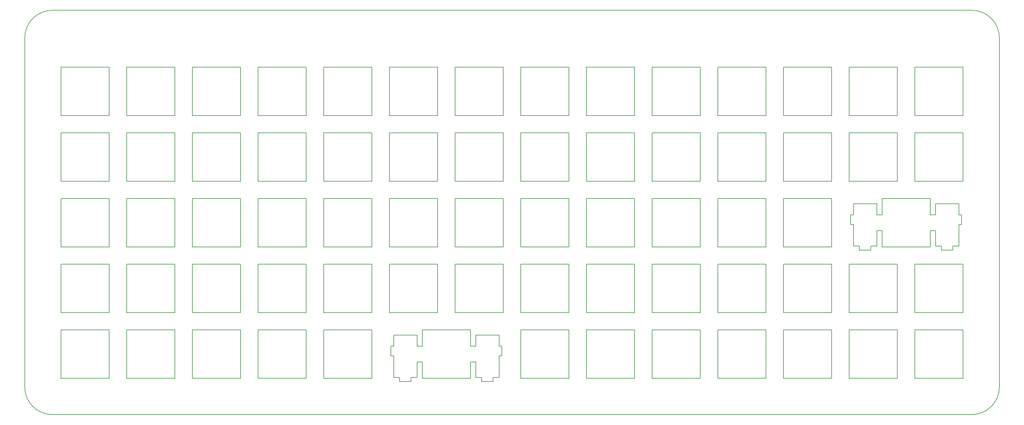
<source format=gm1>
G04 #@! TF.GenerationSoftware,KiCad,Pcbnew,(5.1.5)-3*
G04 #@! TF.CreationDate,2020-03-27T18:15:20-07:00*
G04 #@! TF.ProjectId,Mounting_PCB,4d6f756e-7469-46e6-975f-5043422e6b69,rev?*
G04 #@! TF.SameCoordinates,Original*
G04 #@! TF.FileFunction,Profile,NP*
%FSLAX46Y46*%
G04 Gerber Fmt 4.6, Leading zero omitted, Abs format (unit mm)*
G04 Created by KiCad (PCBNEW (5.1.5)-3) date 2020-03-27 18:15:20*
%MOMM*%
%LPD*%
G04 APERTURE LIST*
%ADD10C,0.200000*%
G04 APERTURE END LIST*
D10*
X354138966Y-142725800D02*
X340139966Y-142725800D01*
X340139966Y-156725100D02*
X354138966Y-156725100D01*
X244889966Y-156725100D02*
X258888966Y-156725100D01*
X244889966Y-142725800D02*
X244889966Y-156725100D01*
X258888966Y-156725100D02*
X258888966Y-142725800D01*
X340139966Y-142725800D02*
X340139966Y-156725100D01*
X220788965Y-156725100D02*
X220788965Y-142725800D01*
X225839966Y-156725100D02*
X239838966Y-156725100D01*
X225839966Y-142725800D02*
X225839966Y-156725100D01*
X149639666Y-142725800D02*
X149639666Y-156725100D01*
X206787966Y-142725800D02*
X206787966Y-156725100D01*
X149639666Y-156725100D02*
X163638965Y-156725100D01*
X220788965Y-142725800D02*
X206787966Y-142725800D01*
X263939966Y-156725100D02*
X277938966Y-156725100D01*
X263939966Y-142725800D02*
X263939966Y-156725100D01*
X277938966Y-142725800D02*
X263939966Y-142725800D01*
X354138966Y-156725100D02*
X354138966Y-142725800D01*
X239838966Y-156725100D02*
X239838966Y-142725800D01*
X206787966Y-156725100D02*
X220788965Y-156725100D01*
X239838966Y-142725800D02*
X225839966Y-142725800D01*
X258888966Y-142725800D02*
X244889966Y-142725800D01*
X163638965Y-156725100D02*
X163638965Y-142725800D01*
X163638965Y-142725800D02*
X149639666Y-142725800D01*
X346139965Y-163245800D02*
X346139965Y-166476200D01*
X352888966Y-166476200D02*
X352888966Y-163245800D01*
X239838966Y-175775100D02*
X239838966Y-161775800D01*
X353714966Y-166476200D02*
X352888966Y-166476200D01*
X282989966Y-175775100D02*
X296988966Y-175775100D01*
X353714966Y-169276200D02*
X353714966Y-166476200D01*
X302039966Y-180825800D02*
X302039966Y-194825100D01*
X263939966Y-161775800D02*
X263939966Y-175775100D01*
X277938966Y-161775800D02*
X263939966Y-161775800D01*
X111539666Y-161775800D02*
X111539666Y-175775100D01*
X239838966Y-180825800D02*
X225839966Y-180825800D01*
X168689665Y-161775800D02*
X168689665Y-175775100D01*
X330614966Y-166476200D02*
X329088966Y-166476200D01*
X330614966Y-161775800D02*
X330614966Y-166476200D01*
X316038966Y-194825100D02*
X316038966Y-180825800D01*
X302039966Y-194825100D02*
X316038966Y-194825100D01*
X225839966Y-194825100D02*
X239838966Y-194825100D01*
X344613966Y-161775800D02*
X330614966Y-161775800D01*
X344613966Y-166476200D02*
X344613966Y-161775800D01*
X352888966Y-175545100D02*
X352888966Y-169276200D01*
X168689665Y-175775100D02*
X182688966Y-175775100D01*
X125538966Y-175775100D02*
X125538966Y-161775800D01*
X201738966Y-161775800D02*
X187738266Y-161775800D01*
X263939966Y-175775100D02*
X277938966Y-175775100D01*
X225839966Y-161775800D02*
X225839966Y-175775100D01*
X225839966Y-175775100D02*
X239838966Y-175775100D01*
X182688966Y-175775100D02*
X182688966Y-161775800D01*
X187738266Y-175775100D02*
X201738966Y-175775100D01*
X125538966Y-161775800D02*
X111539666Y-161775800D01*
X187738266Y-161775800D02*
X187738266Y-175775100D01*
X201738966Y-175775100D02*
X201738966Y-161775800D01*
X182688966Y-161775800D02*
X168689665Y-161775800D01*
X282989966Y-161775800D02*
X282989966Y-175775100D01*
X111539666Y-175775100D02*
X125538966Y-175775100D01*
X346139965Y-166476200D02*
X344613966Y-166476200D01*
X352888966Y-163245800D02*
X346139965Y-163245800D01*
X316038966Y-180825800D02*
X302039966Y-180825800D01*
X352888966Y-169276200D02*
X353714966Y-169276200D01*
X351164966Y-175545100D02*
X352888966Y-175545100D01*
X239838966Y-161775800D02*
X225839966Y-161775800D01*
X296988966Y-161775800D02*
X282989966Y-161775800D01*
X296988966Y-175775100D02*
X296988966Y-161775800D01*
X239838966Y-194825100D02*
X239838966Y-180825800D01*
X277938966Y-175775100D02*
X277938966Y-161775800D01*
X329088966Y-163245800D02*
X322339966Y-163245800D01*
X329088966Y-166476200D02*
X329088966Y-163245800D01*
X111539666Y-123675800D02*
X111539666Y-137675100D01*
X125538966Y-123675800D02*
X111539666Y-123675800D01*
X206787966Y-123675800D02*
X206787966Y-137675100D01*
X206787966Y-137675100D02*
X220788965Y-137675100D01*
X220788965Y-123675800D02*
X206787966Y-123675800D01*
X220788965Y-137675100D02*
X220788965Y-123675800D01*
X144588965Y-123675800D02*
X130589666Y-123675800D01*
X201738966Y-137675100D02*
X201738966Y-123675800D01*
X201738966Y-123675800D02*
X187738266Y-123675800D01*
X168689665Y-123675800D02*
X168689665Y-137675100D01*
X277938966Y-137675100D02*
X277938966Y-123675800D01*
X263939966Y-137675100D02*
X277938966Y-137675100D01*
X263939966Y-123675800D02*
X263939966Y-137675100D01*
X182688966Y-137675100D02*
X182688966Y-123675800D01*
X277938966Y-123675800D02*
X263939966Y-123675800D01*
X144588965Y-137675100D02*
X144588965Y-123675800D01*
X111539666Y-137675100D02*
X125538966Y-137675100D01*
X125538966Y-137675100D02*
X125538966Y-123675800D01*
X130589666Y-137675100D02*
X144588965Y-137675100D01*
X187738266Y-123675800D02*
X187738266Y-137675100D01*
X130589666Y-123675800D02*
X130589666Y-137675100D01*
X187738266Y-137675100D02*
X201738966Y-137675100D01*
X182688966Y-123675800D02*
X168689665Y-123675800D01*
X130589666Y-142725800D02*
X130589666Y-156725100D01*
X316038966Y-156725100D02*
X316038966Y-142725800D01*
X364664965Y-216401072D02*
G75*
G02X356664966Y-224401071I-7999999J0D01*
G01*
X364664966Y-115151000D02*
X364664966Y-216401072D01*
X182688966Y-156725100D02*
X182688966Y-142725800D01*
X92489616Y-123675800D02*
X92489616Y-137675100D01*
X89965050Y-107151000D02*
X356664966Y-107151000D01*
X144588965Y-142725800D02*
X130589666Y-142725800D01*
X302039966Y-156725100D02*
X316038966Y-156725100D01*
X316038966Y-142725800D02*
X302039966Y-142725800D01*
X130589666Y-156725100D02*
X144588965Y-156725100D01*
X81965050Y-115151000D02*
G75*
G02X89965050Y-107151000I8000000J0D01*
G01*
X187738266Y-142725800D02*
X187738266Y-156725100D01*
X187738266Y-156725100D02*
X201738966Y-156725100D01*
X89965050Y-224401071D02*
G75*
G02X81965051Y-216401072I0J7999999D01*
G01*
X168689665Y-156725100D02*
X182688966Y-156725100D01*
X296988966Y-156725100D02*
X296988966Y-142725800D01*
X282989966Y-142725800D02*
X282989966Y-156725100D01*
X144588965Y-156725100D02*
X144588965Y-142725800D01*
X81965051Y-216401072D02*
X81965051Y-115151000D01*
X356664966Y-224401071D02*
X89965050Y-224401071D01*
X282989966Y-156725100D02*
X296988966Y-156725100D01*
X356664966Y-107151000D02*
G75*
G02X364664966Y-115151000I0J-8000000D01*
G01*
X106489166Y-137675100D02*
X106489166Y-123675800D01*
X168689665Y-142725800D02*
X168689665Y-156725100D01*
X201738966Y-142725800D02*
X187738266Y-142725800D01*
X106489166Y-123675800D02*
X92489616Y-123675800D01*
X302039966Y-142725800D02*
X302039966Y-156725100D01*
X92489616Y-137675100D02*
X106489166Y-137675100D01*
X182688966Y-142725800D02*
X168689665Y-142725800D01*
X296988966Y-142725800D02*
X282989966Y-142725800D01*
X329088966Y-171076100D02*
X330614966Y-171076100D01*
X322339966Y-163245800D02*
X322339966Y-166476200D01*
X330614966Y-175775100D02*
X344613966Y-175775100D01*
X220788965Y-175775100D02*
X220788965Y-161775800D01*
X335088966Y-142725800D02*
X321089966Y-142725800D01*
X327364966Y-176745200D02*
X327364966Y-175545100D01*
X321513966Y-166476200D02*
X321513966Y-169276200D01*
X201738966Y-156725100D02*
X201738966Y-142725800D01*
X163638965Y-161775800D02*
X149639666Y-161775800D01*
X258888966Y-175775100D02*
X258888966Y-161775800D01*
X344613966Y-175775100D02*
X344613966Y-171076100D01*
X324064966Y-175545100D02*
X324064966Y-176745200D01*
X322339966Y-166476200D02*
X321513966Y-166476200D01*
X316038966Y-175775100D02*
X316038966Y-161775800D01*
X351164966Y-176745200D02*
X351164966Y-175545100D01*
X163638965Y-175775100D02*
X163638965Y-161775800D01*
X220788965Y-161775800D02*
X206787966Y-161775800D01*
X330614966Y-171076100D02*
X330614966Y-175775100D01*
X144588965Y-161775800D02*
X130589666Y-161775800D01*
X316038966Y-161775800D02*
X302039966Y-161775800D01*
X322339966Y-175545100D02*
X324064966Y-175545100D01*
X149639666Y-175775100D02*
X163638965Y-175775100D01*
X149639666Y-161775800D02*
X149639666Y-175775100D01*
X206787966Y-161775800D02*
X206787966Y-175775100D01*
X144588965Y-175775100D02*
X144588965Y-161775800D01*
X130589666Y-175775100D02*
X144588965Y-175775100D01*
X130589666Y-161775800D02*
X130589666Y-175775100D01*
X324064966Y-176745200D02*
X327364966Y-176745200D01*
X321513966Y-169276200D02*
X322339966Y-169276200D01*
X335088966Y-156725100D02*
X335088966Y-142725800D01*
X302039966Y-175775100D02*
X316038966Y-175775100D01*
X302039966Y-161775800D02*
X302039966Y-175775100D01*
X321089966Y-156725100D02*
X335088966Y-156725100D01*
X346139965Y-171076100D02*
X346139965Y-175545100D01*
X206787966Y-175775100D02*
X220788965Y-175775100D01*
X258888966Y-161775800D02*
X244889966Y-161775800D01*
X321089966Y-142725800D02*
X321089966Y-156725100D01*
X347864966Y-176745200D02*
X351164966Y-176745200D01*
X346139965Y-175545100D02*
X347864966Y-175545100D01*
X244889966Y-175775100D02*
X258888966Y-175775100D01*
X244889966Y-161775800D02*
X244889966Y-175775100D01*
X327364966Y-175545100D02*
X329088966Y-175545100D01*
X322339966Y-169276200D02*
X322339966Y-175545100D01*
X347864966Y-175545100D02*
X347864966Y-176745200D01*
X329088966Y-175545100D02*
X329088966Y-171076100D01*
X344613966Y-171076100D02*
X346139965Y-171076100D01*
X92489616Y-156725100D02*
X106489166Y-156725100D01*
X92489616Y-142725800D02*
X92489616Y-156725100D01*
X244889966Y-180825800D02*
X244889966Y-194825100D01*
X335088966Y-194825100D02*
X335088966Y-180825800D01*
X335088966Y-180825800D02*
X321089966Y-180825800D01*
X111539666Y-156725100D02*
X125538966Y-156725100D01*
X354138966Y-194825100D02*
X354138966Y-180825800D01*
X296988966Y-194825100D02*
X296988966Y-180825800D01*
X340139966Y-180825800D02*
X340139966Y-194825100D01*
X111539666Y-142725800D02*
X111539666Y-156725100D01*
X277938966Y-194825100D02*
X277938966Y-180825800D01*
X277938966Y-156725100D02*
X277938966Y-142725800D01*
X106489166Y-142725800D02*
X92489616Y-142725800D01*
X206787966Y-180825800D02*
X206787966Y-194825100D01*
X244889966Y-194825100D02*
X258888966Y-194825100D01*
X220788965Y-194825100D02*
X220788965Y-180825800D01*
X282989966Y-194825100D02*
X296988966Y-194825100D01*
X206787966Y-194825100D02*
X220788965Y-194825100D01*
X354138966Y-180825800D02*
X340139966Y-180825800D01*
X130589666Y-194825100D02*
X144588965Y-194825100D01*
X263939966Y-194825100D02*
X277938966Y-194825100D01*
X201738966Y-180825800D02*
X187738266Y-180825800D01*
X263939966Y-180825800D02*
X263939966Y-194825100D01*
X187738266Y-180825800D02*
X187738266Y-194825100D01*
X296988966Y-180825800D02*
X282989966Y-180825800D01*
X321089966Y-180825800D02*
X321089966Y-194825100D01*
X201738966Y-194825100D02*
X201738966Y-180825800D01*
X187738266Y-194825100D02*
X201738966Y-194825100D01*
X340139966Y-194825100D02*
X354138966Y-194825100D01*
X225839966Y-180825800D02*
X225839966Y-194825100D01*
X92489616Y-161775800D02*
X92489616Y-175775100D01*
X106489166Y-156725100D02*
X106489166Y-142725800D01*
X258888966Y-194825100D02*
X258888966Y-180825800D01*
X125538966Y-156725100D02*
X125538966Y-142725800D01*
X130589666Y-180825800D02*
X130589666Y-194825100D01*
X106489166Y-161775800D02*
X92489616Y-161775800D01*
X106489166Y-175775100D02*
X106489166Y-161775800D01*
X277938966Y-180825800D02*
X263939966Y-180825800D01*
X125538966Y-142725800D02*
X111539666Y-142725800D01*
X92489616Y-175775100D02*
X106489166Y-175775100D01*
X144588965Y-180825800D02*
X130589666Y-180825800D01*
X258888966Y-180825800D02*
X244889966Y-180825800D01*
X144588965Y-194825100D02*
X144588965Y-180825800D01*
X220788965Y-180825800D02*
X206787966Y-180825800D01*
X321089966Y-194825100D02*
X335088966Y-194825100D01*
X282989966Y-180825800D02*
X282989966Y-194825100D01*
X92489616Y-180825800D02*
X92489616Y-194825100D01*
X335088966Y-199875600D02*
X321089966Y-199875600D01*
X335088966Y-213875130D02*
X335088966Y-199875600D01*
X258888966Y-199875600D02*
X244889966Y-199875600D01*
X277938966Y-213875130D02*
X277938966Y-199875600D01*
X258888966Y-213875130D02*
X258888966Y-199875600D01*
X244889966Y-213875130D02*
X258888966Y-213875130D01*
X106489166Y-180825800D02*
X92489616Y-180825800D01*
X244889966Y-199875600D02*
X244889966Y-213875130D01*
X125538966Y-194825100D02*
X125538966Y-180825800D01*
X111539666Y-194825100D02*
X125538966Y-194825100D01*
X106489166Y-194825100D02*
X106489166Y-180825800D01*
X125538966Y-180825800D02*
X111539666Y-180825800D01*
X263939966Y-199875600D02*
X263939966Y-213875130D01*
X277938966Y-199875600D02*
X263939966Y-199875600D01*
X282989966Y-213875130D02*
X296988966Y-213875130D01*
X263939966Y-213875130D02*
X277938966Y-213875130D01*
X111539666Y-180825800D02*
X111539666Y-194825100D01*
X296988966Y-213875130D02*
X296988966Y-199875600D01*
X92489616Y-194825100D02*
X106489166Y-194825100D01*
X296988966Y-199875600D02*
X282989966Y-199875600D01*
X282989966Y-199875600D02*
X282989966Y-213875130D01*
X163638965Y-180825800D02*
X149639666Y-180825800D01*
X302039966Y-213875130D02*
X316038966Y-213875130D01*
X316038966Y-213875130D02*
X316038966Y-199875600D01*
X239838966Y-199875600D02*
X225839966Y-199875600D01*
X239838966Y-213875130D02*
X239838966Y-199875600D01*
X194014966Y-214845261D02*
X194014966Y-213644990D01*
X190714966Y-213644990D02*
X190714966Y-214845261D01*
X316038966Y-199875600D02*
X302039966Y-199875600D01*
X225839966Y-213875130D02*
X239838966Y-213875130D01*
X225839966Y-199875600D02*
X225839966Y-213875130D01*
X182688966Y-199875600D02*
X168689665Y-199875600D01*
X182688966Y-213875130D02*
X182688966Y-199875600D01*
X197264966Y-213875130D02*
X211263966Y-213875130D01*
X197264966Y-209174641D02*
X197264966Y-213875130D01*
X195738966Y-209174641D02*
X197264966Y-209174641D01*
X195738966Y-213644990D02*
X195738966Y-209174641D01*
X168689665Y-199875600D02*
X168689665Y-213875130D01*
X194014966Y-213644990D02*
X195738966Y-213644990D01*
X190714966Y-214845261D02*
X194014966Y-214845261D01*
X302039966Y-199875600D02*
X302039966Y-213875130D01*
X149639666Y-213875130D02*
X163638965Y-213875130D01*
X340139966Y-199875600D02*
X340139966Y-213875130D01*
X163638965Y-199875600D02*
X149639666Y-199875600D01*
X354138966Y-199875600D02*
X340139966Y-199875600D01*
X340139966Y-213875130D02*
X354138966Y-213875130D01*
X321089966Y-199875600D02*
X321089966Y-213875130D01*
X163638965Y-213875130D02*
X163638965Y-199875600D01*
X354138966Y-213875130D02*
X354138966Y-199875600D01*
X149639666Y-199875600D02*
X149639666Y-213875130D01*
X321089966Y-213875130D02*
X335088966Y-213875130D01*
X168689665Y-213875130D02*
X182688966Y-213875130D01*
X188164066Y-207376281D02*
X188988166Y-207376281D01*
X188988166Y-207376281D02*
X188988166Y-213644990D01*
X149639666Y-123675800D02*
X149639666Y-137675100D01*
X163638965Y-123675800D02*
X149639666Y-123675800D01*
X130589666Y-199875600D02*
X130589666Y-213875130D01*
X106489166Y-199875600D02*
X92489616Y-199875600D01*
X188988166Y-213644990D02*
X190714966Y-213644990D01*
X106489166Y-213875130D02*
X106489166Y-199875600D01*
X188988166Y-204576101D02*
X188164066Y-204576101D01*
X188164066Y-204576101D02*
X188164066Y-207376281D01*
X125538966Y-199875600D02*
X111539666Y-199875600D01*
X92489616Y-199875600D02*
X92489616Y-213875130D01*
X111539666Y-213875130D02*
X125538966Y-213875130D01*
X125538966Y-213875130D02*
X125538966Y-199875600D01*
X302039966Y-137675100D02*
X316038966Y-137675100D01*
X302039966Y-123675800D02*
X302039966Y-137675100D01*
X149639666Y-137675100D02*
X163638965Y-137675100D01*
X144588965Y-213875130D02*
X144588965Y-199875600D01*
X144588965Y-199875600D02*
X130589666Y-199875600D01*
X163638965Y-137675100D02*
X163638965Y-123675800D01*
X130589666Y-213875130D02*
X144588965Y-213875130D01*
X92489616Y-213875130D02*
X106489166Y-213875130D01*
X111539666Y-199875600D02*
X111539666Y-213875130D01*
X211263966Y-204576101D02*
X211263966Y-199875600D01*
X212789966Y-204576101D02*
X211263966Y-204576101D01*
X212789966Y-201346001D02*
X212789966Y-204576101D01*
X219538965Y-207376281D02*
X220364966Y-207376281D01*
X217814966Y-214845261D02*
X217814966Y-213644990D01*
X219538965Y-204576101D02*
X219538965Y-201346001D01*
X220364966Y-204576101D02*
X219538965Y-204576101D01*
X219538965Y-213644990D02*
X219538965Y-207376281D01*
X217814966Y-213644990D02*
X219538965Y-213644990D01*
X219538965Y-201346001D02*
X212789966Y-201346001D01*
X214514966Y-214845261D02*
X217814966Y-214845261D01*
X211263966Y-213875130D02*
X211263966Y-209174641D01*
X214514966Y-213644990D02*
X214514966Y-214845261D01*
X212789966Y-209174641D02*
X212789966Y-213644990D01*
X211263966Y-209174641D02*
X212789966Y-209174641D01*
X188988166Y-201346001D02*
X188988166Y-204576101D01*
X195738966Y-201346001D02*
X188988166Y-201346001D01*
X195738966Y-204576101D02*
X195738966Y-201346001D01*
X211263966Y-199875600D02*
X197264966Y-199875600D01*
X212789966Y-213644990D02*
X214514966Y-213644990D01*
X220364966Y-207376281D02*
X220364966Y-204576101D01*
X197264966Y-204576101D02*
X195738966Y-204576101D01*
X197264966Y-199875600D02*
X197264966Y-204576101D01*
X282989966Y-137675100D02*
X296988966Y-137675100D01*
X316038966Y-123675800D02*
X302039966Y-123675800D01*
X239838966Y-137675100D02*
X239838966Y-123675800D01*
X258888966Y-137675100D02*
X258888966Y-123675800D01*
X282989966Y-123675800D02*
X282989966Y-137675100D01*
X340139966Y-137675100D02*
X354138966Y-137675100D01*
X296988966Y-123675800D02*
X282989966Y-123675800D01*
X321089966Y-123675800D02*
X321089966Y-137675100D01*
X335088966Y-137675100D02*
X335088966Y-123675800D01*
X321089966Y-137675100D02*
X335088966Y-137675100D01*
X225839966Y-137675100D02*
X239838966Y-137675100D01*
X239838966Y-123675800D02*
X225839966Y-123675800D01*
X354138966Y-123675800D02*
X340139966Y-123675800D01*
X354138966Y-137675100D02*
X354138966Y-123675800D01*
X316038966Y-137675100D02*
X316038966Y-123675800D01*
X340139966Y-123675800D02*
X340139966Y-137675100D01*
X335088966Y-123675800D02*
X321089966Y-123675800D01*
X168689665Y-137675100D02*
X182688966Y-137675100D01*
X244889966Y-123675800D02*
X244889966Y-137675100D01*
X244889966Y-137675100D02*
X258888966Y-137675100D01*
X225839966Y-123675800D02*
X225839966Y-137675100D01*
X296988966Y-137675100D02*
X296988966Y-123675800D01*
X258888966Y-123675800D02*
X244889966Y-123675800D01*
X149639666Y-194825100D02*
X163638965Y-194825100D01*
X149639666Y-180825800D02*
X149639666Y-194825100D01*
X182688966Y-180825800D02*
X168689665Y-180825800D01*
X168689665Y-180825800D02*
X168689665Y-194825100D01*
X182688966Y-194825100D02*
X182688966Y-180825800D01*
X163638965Y-194825100D02*
X163638965Y-180825800D01*
X168689665Y-194825100D02*
X182688966Y-194825100D01*
M02*

</source>
